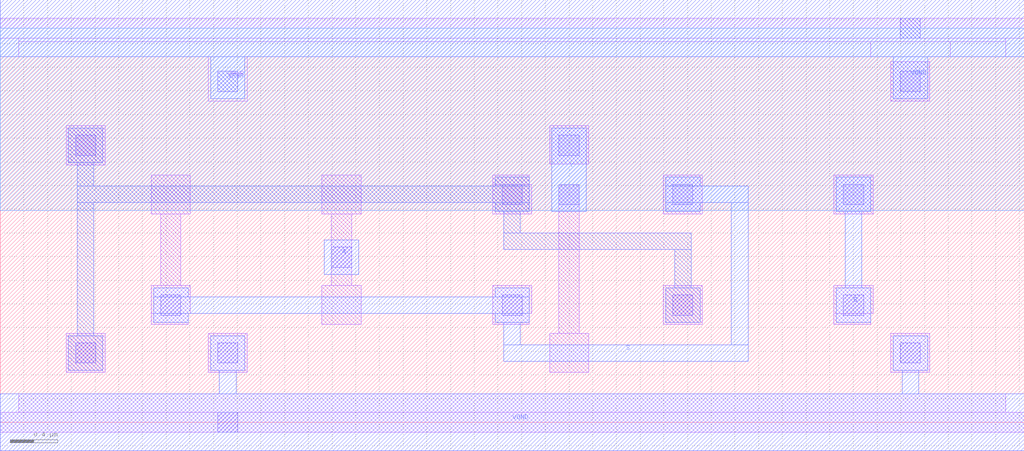
<source format=lef>
VERSION 5.7 ;
  NOWIREEXTENSIONATPIN ON ;
  DIVIDERCHAR "/" ;
  BUSBITCHARS "[]" ;
MACRO MUX2X1
  CLASS CORE ;
  FOREIGN MUX2X1 ;
  ORIGIN 0.000 0.000 ;
  SIZE 8.640 BY 3.330 ;
  SYMMETRY X Y ;
  SITE unit ;
  PIN A
    ANTENNAGATEAREA 0.189000 ;
    PORT
      LAYER met1 ;
        RECT 2.735 1.250 3.025 1.540 ;
    END
  END A
  PIN B
    ANTENNAGATEAREA 0.189000 ;
    PORT
      LAYER met1 ;
        RECT 7.055 1.780 7.345 2.070 ;
        RECT 7.130 1.135 7.270 1.780 ;
        RECT 7.055 0.845 7.345 1.135 ;
    END
  END B
  PIN S
    ANTENNAGATEAREA 0.378000 ;
    PORT
      LAYER met1 ;
        RECT 5.615 1.995 5.905 2.070 ;
        RECT 5.615 1.855 6.310 1.995 ;
        RECT 5.615 1.780 5.905 1.855 ;
        RECT 1.295 1.060 1.585 1.135 ;
        RECT 4.175 1.060 4.465 1.135 ;
        RECT 1.295 0.920 4.465 1.060 ;
        RECT 1.295 0.845 1.585 0.920 ;
        RECT 4.175 0.845 4.465 0.920 ;
        RECT 4.250 0.655 4.390 0.845 ;
        RECT 6.170 0.655 6.310 1.855 ;
        RECT 4.250 0.515 6.310 0.655 ;
    END
  END S
  PIN VGND
    ANTENNADIFFAREA 0.914200 ;
    PORT
      LAYER met1 ;
        RECT 1.775 0.440 2.065 0.730 ;
        RECT 7.535 0.440 7.825 0.730 ;
        RECT 1.850 0.240 1.990 0.440 ;
        RECT 7.610 0.240 7.750 0.440 ;
        RECT 0.000 -0.240 8.640 0.240 ;
    END
    PORT
      LAYER met1 ;
        RECT 0.000 3.090 8.640 3.570 ;
        RECT 1.775 2.735 2.065 3.090 ;
        RECT 7.535 2.735 7.825 3.090 ;
    END
  END VGND
  PIN VPWR
    ANTENNADIFFAREA 1.083600 ;
    PORT
      LAYER li1 ;
        RECT 0.000 3.245 8.640 3.415 ;
        RECT 0.155 3.215 8.485 3.245 ;
        RECT 0.155 3.090 7.345 3.215 ;
        RECT 8.015 3.090 8.485 3.215 ;
        RECT 1.755 2.715 2.085 3.090 ;
      LAYER mcon ;
        RECT 7.595 3.245 7.765 3.415 ;
        RECT 1.835 2.795 2.005 2.965 ;
    END
  END VPWR
  PIN Y
    ANTENNADIFFAREA 1.661650 ;
    PORT
      LAYER met1 ;
        RECT 4.655 1.780 4.945 2.485 ;
    END
  END Y
  OBS
      LAYER nwell ;
        RECT 0.000 1.790 8.640 3.330 ;
      LAYER li1 ;
        RECT 7.515 2.715 7.845 3.045 ;
        RECT 0.555 2.175 0.885 2.505 ;
        RECT 4.635 2.180 4.965 2.505 ;
        RECT 1.275 1.760 1.605 2.090 ;
        RECT 2.715 1.760 3.045 2.090 ;
        RECT 4.155 2.010 4.465 2.090 ;
        RECT 4.155 1.760 4.485 2.010 ;
        RECT 1.355 1.155 1.525 1.760 ;
        RECT 2.795 1.155 2.965 1.760 ;
        RECT 1.275 0.920 1.605 1.155 ;
        RECT 1.275 0.825 1.585 0.920 ;
        RECT 2.715 0.825 3.045 1.155 ;
        RECT 4.155 0.920 4.485 1.155 ;
        RECT 4.155 0.825 4.465 0.920 ;
        RECT 4.715 0.750 4.885 2.010 ;
        RECT 5.595 1.760 5.925 2.090 ;
        RECT 7.035 1.760 7.365 2.090 ;
        RECT 5.595 0.825 5.925 1.155 ;
        RECT 7.035 0.920 7.365 1.155 ;
        RECT 7.035 0.825 7.345 0.920 ;
        RECT 0.555 0.420 0.885 0.750 ;
        RECT 1.755 0.420 2.085 0.750 ;
        RECT 4.635 0.420 4.965 0.750 ;
        RECT 7.515 0.420 7.845 0.750 ;
        RECT 0.155 0.085 8.485 0.240 ;
        RECT 0.000 -0.085 8.640 0.085 ;
      LAYER mcon ;
        RECT 7.595 2.795 7.765 2.965 ;
        RECT 0.635 2.255 0.805 2.425 ;
        RECT 4.715 2.255 4.885 2.425 ;
        RECT 4.235 1.840 4.405 2.010 ;
        RECT 4.715 1.840 4.885 2.010 ;
        RECT 2.795 1.310 2.965 1.480 ;
        RECT 1.355 0.905 1.525 1.075 ;
        RECT 4.235 0.905 4.405 1.075 ;
        RECT 5.675 1.840 5.845 2.010 ;
        RECT 7.115 1.840 7.285 2.010 ;
        RECT 5.675 0.905 5.845 1.075 ;
        RECT 7.115 0.905 7.285 1.075 ;
        RECT 0.635 0.500 0.805 0.670 ;
        RECT 1.835 0.500 2.005 0.670 ;
        RECT 7.595 0.500 7.765 0.670 ;
        RECT 1.835 -0.085 2.005 0.085 ;
      LAYER met1 ;
        RECT 0.575 2.195 0.865 2.485 ;
        RECT 0.650 1.995 0.790 2.195 ;
        RECT 4.175 1.995 4.465 2.070 ;
        RECT 0.650 1.855 4.465 1.995 ;
        RECT 0.650 0.730 0.790 1.855 ;
        RECT 4.175 1.780 4.465 1.855 ;
        RECT 4.250 1.600 4.390 1.780 ;
        RECT 4.250 1.460 5.830 1.600 ;
        RECT 5.690 1.135 5.830 1.460 ;
        RECT 5.615 0.845 5.905 1.135 ;
        RECT 0.575 0.440 0.865 0.730 ;
  END
END MUX2X1
END LIBRARY


</source>
